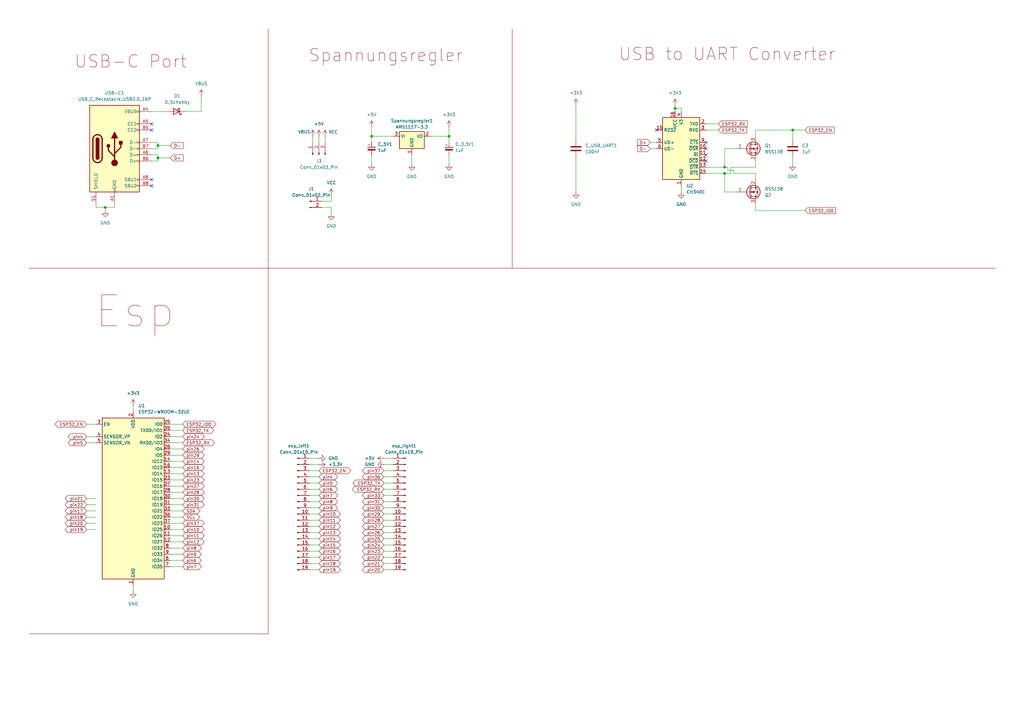
<source format=kicad_sch>
(kicad_sch (version 20241004) (generator "eeschema") (generator_version "8.99")
  (paper "A3")
  (lib_symbols
    (symbol "Connector:Conn_01x02_Pin" (pin_names (offset 1.016) (hide yes))
      (property "Reference" "J" (at 0 2.54 0))
      (property "Value" "Conn_01x02_Pin" (at 0 -5.08 0))
      (symbol "Conn_01x02_Pin_1_1"
        (rectangle (start 0.8636 0.127) (end 0 -0.127) (stroke (width 0.1524)) (fill (type outline)))
        (rectangle (start 0.8636 -2.413) (end 0 -2.667) (stroke (width 0.1524)) (fill (type outline)))
        (polyline (pts (xy 1.27 0) (xy 0.8636 0)) (stroke (width 0.1524)))
        (polyline (pts (xy 1.27 -2.54) (xy 0.8636 -2.54)) (stroke (width 0.1524)))
        (pin passive line (at 5.08 0 180) (length 3.81) (name "Pin_1") (number "1"))
        (pin passive line (at 5.08 -2.54 180) (length 3.81) (name "Pin_2") (number "2"))
      )
    )
    (symbol "Connector:Conn_01x03_Pin" (pin_names (offset 1.016) (hide yes))
      (property "Reference" "J" (at 0 5.08 0))
      (property "Value" "Conn_01x03_Pin" (at 0 -5.08 0))
      (symbol "Conn_01x03_Pin_1_1"
        (rectangle (start 0.8636 2.667) (end 0 2.413) (stroke (width 0.1524)) (fill (type outline)))
        (rectangle (start 0.8636 0.127) (end 0 -0.127) (stroke (width 0.1524)) (fill (type outline)))
        (rectangle (start 0.8636 -2.413) (end 0 -2.667) (stroke (width 0.1524)) (fill (type outline)))
        (polyline (pts (xy 1.27 2.54) (xy 0.8636 2.54)) (stroke (width 0.1524)))
        (polyline (pts (xy 1.27 0) (xy 0.8636 0)) (stroke (width 0.1524)))
        (polyline (pts (xy 1.27 -2.54) (xy 0.8636 -2.54)) (stroke (width 0.1524)))
        (pin passive line (at 5.08 2.54 180) (length 3.81) (name "Pin_1") (number "1"))
        (pin passive line (at 5.08 0 180) (length 3.81) (name "Pin_2") (number "2"))
        (pin passive line (at 5.08 -2.54 180) (length 3.81) (name "Pin_3") (number "3"))
      )
    )
    (symbol "Connector:Conn_01x19_Pin" (pin_names (offset 1.016) (hide yes))
      (property "Reference" "J" (at 0 25.4 0))
      (property "Value" "Conn_01x19_Pin" (at 0 -25.4 0))
      (symbol "Conn_01x19_Pin_1_1"
        (rectangle (start 0.8636 22.987) (end 0 22.733) (stroke (width 0.1524)) (fill (type outline)))
        (rectangle (start 0.8636 20.447) (end 0 20.193) (stroke (width 0.1524)) (fill (type outline)))
        (rectangle (start 0.8636 17.907) (end 0 17.653) (stroke (width 0.1524)) (fill (type outline)))
        (rectangle (start 0.8636 15.367) (end 0 15.113) (stroke (width 0.1524)) (fill (type outline)))
        (rectangle (start 0.8636 12.827) (end 0 12.573) (stroke (width 0.1524)) (fill (type outline)))
        (rectangle (start 0.8636 10.287) (end 0 10.033) (stroke (width 0.1524)) (fill (type outline)))
        (rectangle (start 0.8636 7.747) (end 0 7.493) (stroke (width 0.1524)) (fill (type outline)))
        (rectangle (start 0.8636 5.207) (end 0 4.953) (stroke (width 0.1524)) (fill (type outline)))
        (rectangle (start 0.8636 2.667) (end 0 2.413) (stroke (width 0.1524)) (fill (type outline)))
        (rectangle (start 0.8636 0.127) (end 0 -0.127) (stroke (width 0.1524)) (fill (type outline)))
        (rectangle (start 0.8636 -2.413) (end 0 -2.667) (stroke (width 0.1524)) (fill (type outline)))
        (rectangle (start 0.8636 -4.953) (end 0 -5.207) (stroke (width 0.1524)) (fill (type outline)))
        (rectangle (start 0.8636 -7.493) (end 0 -7.747) (stroke (width 0.1524)) (fill (type outline)))
        (rectangle (start 0.8636 -10.033) (end 0 -10.287) (stroke (width 0.1524)) (fill (type outline)))
        (rectangle (start 0.8636 -12.573) (end 0 -12.827) (stroke (width 0.1524)) (fill (type outline)))
        (rectangle (start 0.8636 -15.113) (end 0 -15.367) (stroke (width 0.1524)) (fill (type outline)))
        (rectangle (start 0.8636 -17.653) (end 0 -17.907) (stroke (width 0.1524)) (fill (type outline)))
        (rectangle (start 0.8636 -20.193) (end 0 -20.447) (stroke (width 0.1524)) (fill (type outline)))
        (rectangle (start 0.8636 -22.733) (end 0 -22.987) (stroke (width 0.1524)) (fill (type outline)))
        (polyline (pts (xy 1.27 22.86) (xy 0.8636 22.86)) (stroke (width 0.1524)))
        (polyline (pts (xy 1.27 20.32) (xy 0.8636 20.32)) (stroke (width 0.1524)))
        (polyline (pts (xy 1.27 17.78) (xy 0.8636 17.78)) (stroke (width 0.1524)))
        (polyline (pts (xy 1.27 15.24) (xy 0.8636 15.24)) (stroke (width 0.1524)))
        (polyline (pts (xy 1.27 12.7) (xy 0.8636 12.7)) (stroke (width 0.1524)))
        (polyline (pts (xy 1.27 10.16) (xy 0.8636 10.16)) (stroke (width 0.1524)))
        (polyline (pts (xy 1.27 7.62) (xy 0.8636 7.62)) (stroke (width 0.1524)))
        (polyline (pts (xy 1.27 5.08) (xy 0.8636 5.08)) (stroke (width 0.1524)))
        (polyline (pts (xy 1.27 2.54) (xy 0.8636 2.54)) (stroke (width 0.1524)))
        (polyline (pts (xy 1.27 0) (xy 0.8636 0)) (stroke (width 0.1524)))
        (polyline (pts (xy 1.27 -2.54) (xy 0.8636 -2.54)) (stroke (width 0.1524)))
        (polyline (pts (xy 1.27 -5.08) (xy 0.8636 -5.08)) (stroke (width 0.1524)))
        (polyline (pts (xy 1.27 -7.62) (xy 0.8636 -7.62)) (stroke (width 0.1524)))
        (polyline (pts (xy 1.27 -10.16) (xy 0.8636 -10.16)) (stroke (width 0.1524)))
        (polyline (pts (xy 1.27 -12.7) (xy 0.8636 -12.7)) (stroke (width 0.1524)))
        (polyline (pts (xy 1.27 -15.24) (xy 0.8636 -15.24)) (stroke (width 0.1524)))
        (polyline (pts (xy 1.27 -17.78) (xy 0.8636 -17.78)) (stroke (width 0.1524)))
        (polyline (pts (xy 1.27 -20.32) (xy 0.8636 -20.32)) (stroke (width 0.1524)))
        (polyline (pts (xy 1.27 -22.86) (xy 0.8636 -22.86)) (stroke (width 0.1524)))
        (pin passive line (at 5.08 22.86 180) (length 3.81) (name "Pin_1") (number "1"))
        (pin passive line (at 5.08 20.32 180) (length 3.81) (name "Pin_2") (number "2"))
        (pin passive line (at 5.08 17.78 180) (length 3.81) (name "Pin_3") (number "3"))
        (pin passive line (at 5.08 15.24 180) (length 3.81) (name "Pin_4") (number "4"))
        (pin passive line (at 5.08 12.7 180) (length 3.81) (name "Pin_5") (number "5"))
        (pin passive line (at 5.08 10.16 180) (length 3.81) (name "Pin_6") (number "6"))
        (pin passive line (at 5.08 7.62 180) (length 3.81) (name "Pin_7") (number "7"))
        (pin passive line (at 5.08 5.08 180) (length 3.81) (name "Pin_8") (number "8"))
        (pin passive line (at 5.08 2.54 180) (length 3.81) (name "Pin_9") (number "9"))
        (pin passive line (at 5.08 0 180) (length 3.81) (name "Pin_10") (number "10"))
        (pin passive line (at 5.08 -2.54 180) (length 3.81) (name "Pin_11") (number "11"))
        (pin passive line (at 5.08 -5.08 180) (length 3.81) (name "Pin_12") (number "12"))
        (pin passive line (at 5.08 -7.62 180) (length 3.81) (name "Pin_13") (number "13"))
        (pin passive line (at 5.08 -10.16 180) (length 3.81) (name "Pin_14") (number "14"))
        (pin passive line (at 5.08 -12.7 180) (length 3.81) (name "Pin_15") (number "15"))
        (pin passive line (at 5.08 -15.24 180) (length 3.81) (name "Pin_16") (number "16"))
        (pin passive line (at 5.08 -17.78 180) (length 3.81) (name "Pin_17") (number "17"))
        (pin passive line (at 5.08 -20.32 180) (length 3.81) (name "Pin_18") (number "18"))
        (pin passive line (at 5.08 -22.86 180) (length 3.81) (name "Pin_19") (number "19"))
      )
    )
    (symbol "Connector:USB_C_Receptacle_USB2.0_16P" (pin_names (offset 1.016))
      (property "Reference" "J" (at 0 22.225 0))
      (property "Value" "USB_C_Receptacle_USB2.0_16P" (at 0 19.685 0))
      (symbol "USB_C_Receptacle_USB2.0_16P_0_0"
        (rectangle (start -0.254 -17.78) (end 0.254 -16.764))
        (rectangle (start 10.16 15.494) (end 9.144 14.986))
        (rectangle (start 10.16 10.414) (end 9.144 9.906))
        (rectangle (start 10.16 7.874) (end 9.144 7.366))
        (rectangle (start 10.16 2.794) (end 9.144 2.286))
        (rectangle (start 10.16 0.254) (end 9.144 -0.254))
        (rectangle (start 10.16 -2.286) (end 9.144 -2.794))
        (rectangle (start 10.16 -4.826) (end 9.144 -5.334))
        (rectangle (start 10.16 -12.446) (end 9.144 -12.954))
        (rectangle (start 10.16 -14.986) (end 9.144 -15.494))
      )
      (symbol "USB_C_Receptacle_USB2.0_16P_0_1"
        (rectangle (start -10.16 17.78) (end 10.16 -17.78) (stroke (width 0.254)) (fill (type background)))
        (polyline (pts (xy -8.89 -3.81) (xy -8.89 3.81)) (stroke (width 0.508)))
        (rectangle (start -7.62 -3.81) (end -6.35 3.81) (stroke (width 0.254)) (fill (type outline)))
        (arc (start -7.62 3.81) (mid -6.985 4.4423) (end -6.35 3.81) (stroke (width 0.254)) (fill (type outline)))
        (arc (start -7.62 3.81) (mid -6.985 4.4423) (end -6.35 3.81) (stroke (width 0.254)))
        (arc (start -8.89 3.81) (mid -6.985 5.7067) (end -5.08 3.81) (stroke (width 0.508)))
        (arc (start -5.08 -3.81) (mid -6.985 -5.7067) (end -8.89 -3.81) (stroke (width 0.508)))
        (arc (start -6.35 -3.81) (mid -6.985 -4.4423) (end -7.62 -3.81) (stroke (width 0.254)) (fill (type outline)))
        (arc (start -6.35 -3.81) (mid -6.985 -4.4423) (end -7.62 -3.81) (stroke (width 0.254)))
        (polyline (pts (xy -5.08 3.81) (xy -5.08 -3.81)) (stroke (width 0.508)))
        (circle (center -2.54 1.143) (radius 0.635) (stroke (width 0.254)) (fill (type outline)))
        (polyline (pts (xy -1.27 4.318) (xy 0 6.858) (xy 1.27 4.318) (xy -1.27 4.318)) (stroke (width 0.254)) (fill (type outline)))
        (polyline (pts (xy 0 -2.032) (xy 2.54 0.508) (xy 2.54 1.778)) (stroke (width 0.508)))
        (polyline (pts (xy 0 -3.302) (xy -2.54 -0.762) (xy -2.54 0.508)) (stroke (width 0.508)))
        (circle (center 0 -5.842) (radius 1.27) (fill (type outline)))
        (polyline (pts (xy 0 -5.842) (xy 0 4.318)) (stroke (width 0.508)))
        (rectangle (start 1.905 1.778) (end 3.175 3.048) (stroke (width 0.254)) (fill (type outline)))
      )
      (symbol "USB_C_Receptacle_USB2.0_16P_1_1"
        (pin passive line (at -7.62 -22.86 90) (length 5.08) (name "SHIELD") (number "S1"))
        (pin passive line (at 0 -22.86 90) (length 5.08) (name "GND") (number "A1"))
        (pin passive line (at 0 -22.86 90) (length 5.08) (hide yes) (name "GND") (number "A12"))
        (pin passive line (at 0 -22.86 90) (length 5.08) (hide yes) (name "GND") (number "B1"))
        (pin passive line (at 0 -22.86 90) (length 5.08) (hide yes) (name "GND") (number "B12"))
        (pin passive line (at 15.24 15.24 180) (length 5.08) (name "VBUS") (number "A4"))
        (pin passive line (at 15.24 15.24 180) (length 5.08) (hide yes) (name "VBUS") (number "A9"))
        (pin passive line (at 15.24 15.24 180) (length 5.08) (hide yes) (name "VBUS") (number "B4"))
        (pin passive line (at 15.24 15.24 180) (length 5.08) (hide yes) (name "VBUS") (number "B9"))
        (pin bidirectional line (at 15.24 10.16 180) (length 5.08) (name "CC1") (number "A5"))
        (pin bidirectional line (at 15.24 7.62 180) (length 5.08) (name "CC2") (number "B5"))
        (pin bidirectional line (at 15.24 2.54 180) (length 5.08) (name "D-") (number "A7"))
        (pin bidirectional line (at 15.24 0 180) (length 5.08) (name "D-") (number "B7"))
        (pin bidirectional line (at 15.24 -2.54 180) (length 5.08) (name "D+") (number "A6"))
        (pin bidirectional line (at 15.24 -5.08 180) (length 5.08) (name "D+") (number "B6"))
        (pin bidirectional line (at 15.24 -12.7 180) (length 5.08) (name "SBU1") (number "A8"))
        (pin bidirectional line (at 15.24 -15.24 180) (length 5.08) (name "SBU2") (number "B8"))
      )
    )
    (symbol "Device:C" (pin_numbers (hide yes)) (pin_names (offset 0.254))
      (property "Reference" "C" (at 0.635 2.54 0))
      (property "Value" "C" (at 0.635 -2.54 0))
      (symbol "C_0_1"
        (polyline (pts (xy -2.032 0.762) (xy 2.032 0.762)) (stroke (width 0.508)))
        (polyline (pts (xy -2.032 -0.762) (xy 2.032 -0.762)) (stroke (width 0.508)))
      )
      (symbol "C_1_1"
        (pin passive line (at 0 3.81 270) (length 2.794) (name "~") (number "1"))
        (pin passive line (at 0 -3.81 90) (length 2.794) (name "~") (number "2"))
      )
    )
    (symbol "Device:C_Polarized_Small" (pin_numbers (hide yes)) (pin_names (offset 0.254) (hide yes))
      (property "Reference" "C" (at 0.254 1.778 0))
      (property "Value" "C_Polarized_Small" (at 0.254 -2.032 0))
      (symbol "C_Polarized_Small_0_1"
        (rectangle (start -1.524 0.6858) (end 1.524 0.3048))
        (rectangle (start -1.524 -0.3048) (end 1.524 -0.6858) (fill (type outline)))
        (polyline (pts (xy -1.27 1.524) (xy -0.762 1.524)))
        (polyline (pts (xy -1.016 1.27) (xy -1.016 1.778)))
      )
      (symbol "C_Polarized_Small_1_1"
        (pin passive line (at 0 2.54 270) (length 1.8542) (name "~") (number "1"))
        (pin passive line (at 0 -2.54 90) (length 1.8542) (name "~") (number "2"))
      )
    )
    (symbol "Device:D_Schottky" (pin_numbers (hide yes)) (pin_names (offset 1.016) (hide yes))
      (property "Reference" "D" (at 0 2.54 0))
      (property "Value" "D_Schottky" (at 0 -2.54 0))
      (symbol "D_Schottky_0_1"
        (polyline (pts (xy -1.905 0.635) (xy -1.905 1.27) (xy -1.27 1.27) (xy -1.27 -1.27) (xy -0.635 -1.27) (xy -0.635 -0.635)) (stroke (width 0.254)))
        (polyline (pts (xy 1.27 1.27) (xy 1.27 -1.27) (xy -1.27 0) (xy 1.27 1.27)) (stroke (width 0.254)))
        (polyline (pts (xy 1.27 0) (xy -1.27 0)))
      )
      (symbol "D_Schottky_1_1"
        (pin passive line (at -3.81 0 0) (length 2.54) (name "K") (number "1"))
        (pin passive line (at 3.81 0 180) (length 2.54) (name "A") (number "2"))
      )
    )
    (symbol "Interface_USB:CH340C"
      (property "Reference" "U" (at -5.08 13.97 0))
      (property "Value" "CH340C" (at 1.27 13.97 0))
      (symbol "CH340C_0_1"
        (rectangle (start -7.62 12.7) (end 7.62 -12.7) (stroke (width 0.254)) (fill (type background)))
      )
      (symbol "CH340C_1_1"
        (pin input line (at -10.16 7.62 0) (length 2.54) (name "R232") (number "15"))
        (pin bidirectional line (at -10.16 2.54 0) (length 2.54) (name "UD+") (number "5"))
        (pin bidirectional line (at -10.16 0 0) (length 2.54) (name "UD-") (number "6"))
        (pin no_connect line (at -7.62 -5.08 0) (length 2.54) (hide yes) (name "NC") (number "7"))
        (pin no_connect line (at -7.62 -7.62 0) (length 2.54) (hide yes) (name "NC") (number "8"))
        (pin power_in line (at -2.54 15.24 270) (length 2.54) (name "VCC") (number "16"))
        (pin power_out line (at 0 15.24 270) (length 2.54) (name "V3") (number "4"))
        (pin power_in line (at 0 -15.24 90) (length 2.54) (name "GND") (number "1"))
        (pin output line (at 10.16 10.16 180) (length 2.54) (name "TXD") (number "2"))
        (pin input line (at 10.16 7.62 180) (length 2.54) (name "RXD") (number "3"))
        (pin input line (at 10.16 2.54 180) (length 2.54) (name "~{CTS}") (number "9"))
        (pin input line (at 10.16 0 180) (length 2.54) (name "~{DSR}") (number "10"))
        (pin input line (at 10.16 -2.54 180) (length 2.54) (name "~{RI}") (number "11"))
        (pin input line (at 10.16 -5.08 180) (length 2.54) (name "~{DCD}") (number "12"))
        (pin output line (at 10.16 -7.62 180) (length 2.54) (name "~{DTR}") (number "13"))
        (pin output line (at 10.16 -10.16 180) (length 2.54) (name "~{RTS}") (number "14"))
      )
    )
    (symbol "RF_Module:ESP32-WROOM-32UE"
      (property "Reference" "U" (at -12.7 34.29 0))
      (property "Value" "ESP32-WROOM-32UE" (at 1.27 34.29 0))
      (symbol "ESP32-WROOM-32UE_0_1"
        (rectangle (start -12.7 33.02) (end 12.7 -33.02) (stroke (width 0.254)) (fill (type background)))
      )
      (symbol "ESP32-WROOM-32UE_1_1"
        (pin input line (at -15.24 30.48 0) (length 2.54) (name "EN") (number "3"))
        (pin input line (at -15.24 25.4 0) (length 2.54) (name "SENSOR_VP") (number "4"))
        (pin input line (at -15.24 22.86 0) (length 2.54) (name "SENSOR_VN") (number "5"))
        (pin no_connect line (at -12.7 0 0) (length 2.54) (hide yes) (name "NC") (number "21"))
        (pin no_connect line (at -12.7 -2.54 0) (length 2.54) (hide yes) (name "NC") (number "22"))
        (pin no_connect line (at -12.7 -5.08 0) (length 2.54) (hide yes) (name "NC") (number "17"))
        (pin no_connect line (at -12.7 -7.62 0) (length 2.54) (hide yes) (name "NC") (number "18"))
        (pin no_connect line (at -12.7 -10.16 0) (length 2.54) (hide yes) (name "NC") (number "20"))
        (pin no_connect line (at -12.7 -12.7 0) (length 2.54) (hide yes) (name "NC") (number "19"))
        (pin no_connect line (at -12.7 -27.94 0) (length 2.54) (hide yes) (name "NC") (number "32"))
        (pin power_in line (at 0 35.56 270) (length 2.54) (name "VDD") (number "2"))
        (pin power_in line (at 0 -35.56 90) (length 2.54) (name "GND") (number "1"))
        (pin passive line (at 0 -35.56 90) (length 2.54) (hide yes) (name "GND") (number "15"))
        (pin passive line (at 0 -35.56 90) (length 2.54) (hide yes) (name "GND") (number "38"))
        (pin passive line (at 0 -35.56 90) (length 2.54) (hide yes) (name "GND") (number "39"))
        (pin bidirectional line (at 15.24 30.48 180) (length 2.54) (name "IO0") (number "25"))
        (pin bidirectional line (at 15.24 27.94 180) (length 2.54) (name "TXD0/IO1") (number "35"))
        (pin bidirectional line (at 15.24 25.4 180) (length 2.54) (name "IO2") (number "24"))
        (pin bidirectional line (at 15.24 22.86 180) (length 2.54) (name "RXD0/IO3") (number "34"))
        (pin bidirectional line (at 15.24 20.32 180) (length 2.54) (name "IO4") (number "26"))
        (pin bidirectional line (at 15.24 17.78 180) (length 2.54) (name "IO5") (number "29"))
        (pin bidirectional line (at 15.24 15.24 180) (length 2.54) (name "IO12") (number "14"))
        (pin bidirectional line (at 15.24 12.7 180) (length 2.54) (name "IO13") (number "16"))
        (pin bidirectional line (at 15.24 10.16 180) (length 2.54) (name "IO14") (number "13"))
        (pin bidirectional line (at 15.24 7.62 180) (length 2.54) (name "IO15") (number "23"))
        (pin bidirectional line (at 15.24 5.08 180) (length 2.54) (name "IO16") (number "27"))
        (pin bidirectional line (at 15.24 2.54 180) (length 2.54) (name "IO17") (number "28"))
        (pin bidirectional line (at 15.24 0 180) (length 2.54) (name "IO18") (number "30"))
        (pin bidirectional line (at 15.24 -2.54 180) (length 2.54) (name "IO19") (number "31"))
        (pin bidirectional line (at 15.24 -5.08 180) (length 2.54) (name "IO21") (number "33"))
        (pin bidirectional line (at 15.24 -7.62 180) (length 2.54) (name "IO22") (number "36"))
        (pin bidirectional line (at 15.24 -10.16 180) (length 2.54) (name "IO23") (number "37"))
        (pin bidirectional line (at 15.24 -12.7 180) (length 2.54) (name "IO25") (number "10"))
        (pin bidirectional line (at 15.24 -15.24 180) (length 2.54) (name "IO26") (number "11"))
        (pin bidirectional line (at 15.24 -17.78 180) (length 2.54) (name "IO27") (number "12"))
        (pin bidirectional line (at 15.24 -20.32 180) (length 2.54) (name "IO32") (number "8"))
        (pin bidirectional line (at 15.24 -22.86 180) (length 2.54) (name "IO33") (number "9"))
        (pin input line (at 15.24 -25.4 180) (length 2.54) (name "IO34") (number "6"))
        (pin input line (at 15.24 -27.94 180) (length 2.54) (name "IO35") (number "7"))
      )
    )
    (symbol "Regulator_Linear:AMS1117-3.3"
      (property "Reference" "U" (at -3.81 3.175 0))
      (property "Value" "AMS1117-3.3" (at 0 3.175 0))
      (symbol "AMS1117-3.3_0_1"
        (rectangle (start -5.08 -5.08) (end 5.08 1.905) (stroke (width 0.254)) (fill (type background)))
      )
      (symbol "AMS1117-3.3_1_1"
        (pin power_in line (at -7.62 0 0) (length 2.54) (name "VI") (number "3"))
        (pin power_in line (at 0 -7.62 90) (length 2.54) (name "GND") (number "1"))
        (pin power_out line (at 7.62 0 180) (length 2.54) (name "VO") (number "2"))
      )
    )
    (symbol "Transistor_FET:BSS138" (pin_names (hide yes))
      (property "Reference" "Q" (at 5.08 1.905 0))
      (property "Value" "BSS138" (at 5.08 0 0))
      (symbol "BSS138_0_1"
        (polyline (pts (xy 0.254 1.905) (xy 0.254 -1.905)) (stroke (width 0.254)))
        (polyline (pts (xy 0.254 0) (xy -2.54 0)))
        (polyline (pts (xy 0.762 2.286) (xy 0.762 1.27)) (stroke (width 0.254)))
        (polyline (pts (xy 0.762 0.508) (xy 0.762 -0.508)) (stroke (width 0.254)))
        (polyline (pts (xy 0.762 -1.27) (xy 0.762 -2.286)) (stroke (width 0.254)))
        (polyline (pts (xy 0.762 -1.778) (xy 3.302 -1.778) (xy 3.302 1.778) (xy 0.762 1.778)))
        (polyline (pts (xy 1.016 0) (xy 2.032 0.381) (xy 2.032 -0.381) (xy 1.016 0)) (fill (type outline)))
        (circle (center 1.651 0) (radius 2.794) (stroke (width 0.254)))
        (polyline (pts (xy 2.54 2.54) (xy 2.54 1.778)))
        (circle (center 2.54 1.778) (radius 0.254) (fill (type outline)))
        (circle (center 2.54 -1.778) (radius 0.254) (fill (type outline)))
        (polyline (pts (xy 2.54 -2.54) (xy 2.54 0) (xy 0.762 0)))
        (polyline (pts (xy 2.794 0.508) (xy 2.921 0.381) (xy 3.683 0.381) (xy 3.81 0.254)))
        (polyline (pts (xy 3.302 0.381) (xy 2.921 -0.254) (xy 3.683 -0.254) (xy 3.302 0.381)))
      )
      (symbol "BSS138_1_1"
        (pin input line (at -5.08 0 0) (length 2.54) (name "G") (number "1"))
        (pin passive line (at 2.54 5.08 270) (length 2.54) (name "D") (number "3"))
        (pin passive line (at 2.54 -5.08 90) (length 2.54) (name "S") (number "2"))
      )
    )
    (symbol "power:+3.3V" (power) (pin_numbers (hide yes)) (pin_names (offset 0) (hide yes))
      (property "Value" "+3.3V" (at 0 3.556 0))
      (symbol "+3.3V_0_1"
        (polyline (pts (xy -0.762 1.27) (xy 0 2.54)))
        (polyline (pts (xy 0 2.54) (xy 0.762 1.27)))
        (polyline (pts (xy 0 0) (xy 0 2.54)))
      )
      (symbol "+3.3V_1_1"
        (pin power_in line (at 0 0 90) (length 0) (name "~") (number "1"))
      )
    )
    (symbol "power:+3V3" (power) (pin_numbers (hide yes)) (pin_names (offset 0) (hide yes))
      (property "Value" "+3V3" (at 0 3.556 0))
      (symbol "+3V3_0_1"
        (polyline (pts (xy -0.762 1.27) (xy 0 2.54)))
        (polyline (pts (xy 0 2.54) (xy 0.762 1.27)))
        (polyline (pts (xy 0 0) (xy 0 2.54)))
      )
      (symbol "+3V3_1_1"
        (pin power_in line (at 0 0 90) (length 0) (name "~") (number "1"))
      )
    )
    (symbol "power:+5V" (power) (pin_numbers (hide yes)) (pin_names (offset 0) (hide yes))
      (property "Value" "+5V" (at 0 3.556 0))
      (symbol "+5V_0_1"
        (polyline (pts (xy -0.762 1.27) (xy 0 2.54)))
        (polyline (pts (xy 0 2.54) (xy 0.762 1.27)))
        (polyline (pts (xy 0 0) (xy 0 2.54)))
      )
      (symbol "+5V_1_1"
        (pin power_in line (at 0 0 90) (length 0) (name "~") (number "1"))
      )
    )
    (symbol "power:GND" (power) (pin_numbers (hide yes)) (pin_names (offset 0) (hide yes))
      (property "Value" "GND" (at 0 -3.81 0))
      (symbol "GND_0_1"
        (polyline (pts (xy 0 0) (xy 0 -1.27) (xy 1.27 -1.27) (xy 0 -2.54) (xy -1.27 -1.27) (xy 0 -1.27)))
      )
      (symbol "GND_1_1"
        (pin power_in line (at 0 0 270) (length 0) (name "~") (number "1"))
      )
    )
    (symbol "power:VBUS" (power) (pin_numbers (hide yes)) (pin_names (offset 0) (hide yes))
      (property "Value" "VBUS" (at 0 3.556 0))
      (symbol "VBUS_0_1"
        (polyline (pts (xy -0.762 1.27) (xy 0 2.54)))
        (polyline (pts (xy 0 2.54) (xy 0.762 1.27)))
        (polyline (pts (xy 0 0) (xy 0 2.54)))
      )
      (symbol "VBUS_1_1"
        (pin power_in line (at 0 0 90) (length 0) (name "~") (number "1"))
      )
    )
    (symbol "power:VCC" (power) (pin_numbers (hide yes)) (pin_names (offset 0) (hide yes))
      (property "Value" "VCC" (at 0 3.556 0))
      (symbol "VCC_0_1"
        (polyline (pts (xy -0.762 1.27) (xy 0 2.54)))
        (polyline (pts (xy 0 2.54) (xy 0.762 1.27)))
        (polyline (pts (xy 0 0) (xy 0 2.54)))
      )
      (symbol "VCC_1_1"
        (pin power_in line (at 0 0 90) (length 0) (name "~") (number "1"))
      )
    )
  )
  (text "Spannungsregler" (at 158.242 22.86 0) (effects (font (size 5.08 5.08))))
  (text "Esp\n" (at 55.372 128.016 0) (effects (font (size 12.7 12.7))))
  (text "USB-C Port" (at 53.594 25.4 0) (effects (font (size 5.08 5.08))))
  (text "USB to UART Converter" (at 298.196 22.352 0) (effects (font (size 5.08 5.08))))
  (junction (at 152.4 55.88))
  (junction (at 64.77 59.69))
  (junction (at 297.18 68.58))
  (junction (at 64.77 64.77))
  (junction (at 325.12 53.34))
  (junction (at 297.18 71.12))
  (junction (at 276.86 44.45))
  (junction (at 43.18 85.09))
  (junction (at 184.15 55.88))
  (no_connect (at 62.23 53.34))
  (no_connect (at 289.56 66.04))
  (no_connect (at 62.23 73.66))
  (no_connect (at 62.23 50.8))
  (no_connect (at 289.56 58.42))
  (no_connect (at 289.56 60.96))
  (no_connect (at 62.23 76.2))
  (no_connect (at 289.56 63.5))
  (no_connect (at 269.24 53.34))
  (wire (pts (xy 297.18 60.96) (xy 302.26 60.96)))
  (wire (pts (xy 127 213.36) (xy 130.81 213.36)))
  (wire (pts (xy 64.77 59.69) (xy 69.85 59.69)))
  (wire (pts (xy 76.2 45.72) (xy 82.55 45.72)))
  (wire (pts (xy 157.48 193.04) (xy 161.29 193.04)))
  (wire (pts (xy 35.56 179.07) (xy 39.37 179.07)))
  (polyline (pts (xy 109.982 109.982) (xy 210.058 109.982)) (stroke (width 0) (color 132 0 0 1)))
  (wire (pts (xy 69.85 207.01) (xy 74.93 207.01)))
  (wire (pts (xy 184.15 52.07) (xy 184.15 55.88)))
  (wire (pts (xy 46.99 83.82) (xy 46.99 85.09)))
  (wire (pts (xy 325.12 53.34) (xy 325.12 57.15)))
  (wire (pts (xy 35.56 217.17) (xy 39.37 217.17)))
  (wire (pts (xy 127 226.06) (xy 130.81 226.06)))
  (wire (pts (xy 289.56 68.58) (xy 297.18 68.58)))
  (wire (pts (xy 35.56 204.47) (xy 39.37 204.47)))
  (wire (pts (xy 69.85 194.31) (xy 74.93 194.31)))
  (polyline (pts (xy 109.982 109.982) (xy 109.982 210.058)) (stroke (width 0) (color 132 0 0 1)))
  (wire (pts (xy 132.08 85.09) (xy 135.89 85.09)))
  (wire (pts (xy 157.48 203.2) (xy 161.29 203.2)))
  (wire (pts (xy 127 187.96) (xy 130.81 187.96)))
  (polyline (pts (xy 210.058 109.982) (xy 408.178 109.982)) (stroke (width 0) (color 132 0 0 1)))
  (wire (pts (xy 69.85 222.25) (xy 74.93 222.25)))
  (wire (pts (xy 64.77 58.42) (xy 64.77 59.69)))
  (wire (pts (xy 309.88 68.58) (xy 299.72 68.58)))
  (wire (pts (xy 298.45 68.58) (xy 297.18 68.58)))
  (wire (pts (xy 289.56 71.12) (xy 297.18 71.12)))
  (wire (pts (xy 69.85 214.63) (xy 74.93 214.63)))
  (polyline (pts (xy 11.9888 259.9944) (xy 109.982 259.9944)) (stroke (width 0) (color 132 0 0 1)))
  (wire (pts (xy 309.88 55.88) (xy 309.88 53.34)))
  (wire (pts (xy 64.77 64.77) (xy 69.85 64.77)))
  (polyline (pts (xy 210.058 11.938) (xy 210.058 109.982)) (stroke (width 0) (color 132 0 0 1)))
  (polyline (pts (xy 11.938 109.982) (xy 109.982 109.982)) (stroke (width 0) (color 132 0 0 1)))
  (wire (pts (xy 35.56 214.63) (xy 39.37 214.63)))
  (wire (pts (xy 39.37 85.09) (xy 43.18 85.09)))
  (wire (pts (xy 157.48 228.6) (xy 161.29 228.6)))
  (wire (pts (xy 62.23 45.72) (xy 68.58 45.72)))
  (wire (pts (xy 152.4 63.5) (xy 152.4 67.31)))
  (wire (pts (xy 297.18 71.12) (xy 297.18 78.74)))
  (wire (pts (xy 157.48 226.06) (xy 161.29 226.06)))
  (wire (pts (xy 300.99 71.12) (xy 309.88 71.12)))
  (wire (pts (xy 157.48 220.98) (xy 161.29 220.98)))
  (wire (pts (xy 157.48 223.52) (xy 161.29 223.52)))
  (wire (pts (xy 325.12 53.34) (xy 330.2 53.34)))
  (wire (pts (xy 157.48 195.58) (xy 161.29 195.58)))
  (wire (pts (xy 69.85 227.33) (xy 74.93 227.33)))
  (wire (pts (xy 69.85 232.41) (xy 74.93 232.41)))
  (wire (pts (xy 289.56 50.8) (xy 294.64 50.8)))
  (wire (pts (xy 127 193.04) (xy 130.81 193.04)))
  (wire (pts (xy 127 215.9) (xy 130.81 215.9)))
  (wire (pts (xy 152.4 55.88) (xy 161.29 55.88)))
  (wire (pts (xy 330.2 86.36) (xy 309.88 86.36)))
  (polyline (pts (xy 109.982 11.938) (xy 109.982 109.982)) (stroke (width 0) (color 132 0 0 1)))
  (wire (pts (xy 127 220.98) (xy 130.81 220.98)))
  (wire (pts (xy 157.48 218.44) (xy 161.29 218.44)))
  (wire (pts (xy 62.23 60.96) (xy 64.77 60.96)))
  (wire (pts (xy 161.29 187.96) (xy 157.48 187.96)))
  (wire (pts (xy 135.89 85.09) (xy 135.89 87.63)))
  (wire (pts (xy 184.15 63.5) (xy 184.15 67.31)))
  (wire (pts (xy 299.72 68.58) (xy 299.72 71.12)))
  (wire (pts (xy 279.4 76.2) (xy 279.4 78.74)))
  (wire (pts (xy 297.18 68.58) (xy 297.18 60.96)))
  (wire (pts (xy 127 228.6) (xy 130.81 228.6)))
  (wire (pts (xy 43.18 85.09) (xy 43.18 86.36)))
  (wire (pts (xy 62.23 66.04) (xy 64.77 66.04)))
  (wire (pts (xy 69.85 186.69) (xy 74.93 186.69)))
  (wire (pts (xy 309.88 66.04) (xy 309.88 68.58)))
  (wire (pts (xy 127 205.74) (xy 130.81 205.74)))
  (wire (pts (xy 298.45 68.58) (xy 298.45 69.85)))
  (wire (pts (xy 309.88 86.36) (xy 309.88 83.82)))
  (wire (pts (xy 157.48 233.68) (xy 161.29 233.68)))
  (wire (pts (xy 309.88 71.12) (xy 309.88 73.66)))
  (wire (pts (xy 157.48 205.74) (xy 161.29 205.74)))
  (wire (pts (xy 276.86 44.45) (xy 279.4 44.45)))
  (wire (pts (xy 133.35 58.42) (xy 133.35 55.88)))
  (wire (pts (xy 69.85 173.99) (xy 74.93 173.99)))
  (wire (pts (xy 236.22 43.18) (xy 236.22 57.15)))
  (wire (pts (xy 69.85 179.07) (xy 74.93 179.07)))
  (wire (pts (xy 157.48 208.28) (xy 161.29 208.28)))
  (wire (pts (xy 127 200.66) (xy 130.81 200.66)))
  (wire (pts (xy 69.85 189.23) (xy 74.93 189.23)))
  (wire (pts (xy 236.22 64.77) (xy 236.22 78.74)))
  (wire (pts (xy 64.77 64.77) (xy 64.77 66.04)))
  (wire (pts (xy 35.56 181.61) (xy 39.37 181.61)))
  (wire (pts (xy 127 218.44) (xy 130.81 218.44)))
  (wire (pts (xy 300.99 69.85) (xy 300.99 71.12)))
  (wire (pts (xy 297.18 71.12) (xy 299.72 71.12)))
  (wire (pts (xy 69.85 224.79) (xy 74.93 224.79)))
  (wire (pts (xy 135.89 80.01) (xy 135.89 82.55)))
  (wire (pts (xy 127 190.5) (xy 130.81 190.5)))
  (wire (pts (xy 69.85 229.87) (xy 74.93 229.87)))
  (wire (pts (xy 276.86 43.18) (xy 276.86 44.45)))
  (wire (pts (xy 69.85 209.55) (xy 74.93 209.55)))
  (wire (pts (xy 69.85 184.15) (xy 74.93 184.15)))
  (wire (pts (xy 69.85 199.39) (xy 74.93 199.39)))
  (wire (pts (xy 69.85 176.53) (xy 74.93 176.53)))
  (wire (pts (xy 309.88 53.34) (xy 325.12 53.34)))
  (wire (pts (xy 279.4 45.72) (xy 279.4 44.45)))
  (wire (pts (xy 157.48 210.82) (xy 161.29 210.82)))
  (wire (pts (xy 69.85 181.61) (xy 74.93 181.61)))
  (wire (pts (xy 69.85 204.47) (xy 74.93 204.47)))
  (wire (pts (xy 325.12 64.77) (xy 325.12 67.31)))
  (wire (pts (xy 127 198.12) (xy 130.81 198.12)))
  (wire (pts (xy 266.7 58.42) (xy 269.24 58.42)))
  (wire (pts (xy 62.23 58.42) (xy 64.77 58.42)))
  (wire (pts (xy 130.81 55.88) (xy 130.81 58.42)))
  (wire (pts (xy 35.56 209.55) (xy 39.37 209.55)))
  (wire (pts (xy 127 233.68) (xy 130.81 233.68)))
  (wire (pts (xy 297.18 78.74) (xy 302.26 78.74)))
  (wire (pts (xy 127 223.52) (xy 130.81 223.52)))
  (wire (pts (xy 127 210.82) (xy 130.81 210.82)))
  (wire (pts (xy 157.48 200.66) (xy 161.29 200.66)))
  (wire (pts (xy 69.85 219.71) (xy 74.93 219.71)))
  (wire (pts (xy 152.4 55.88) (xy 152.4 58.42)))
  (wire (pts (xy 157.48 190.5) (xy 161.29 190.5)))
  (wire (pts (xy 39.37 83.82) (xy 39.37 85.09)))
  (wire (pts (xy 127 195.58) (xy 130.81 195.58)))
  (wire (pts (xy 69.85 191.77) (xy 74.93 191.77)))
  (wire (pts (xy 152.4 52.07) (xy 152.4 55.88)))
  (polyline (pts (xy 109.982 259.9944) (xy 109.982 209.7024)) (stroke (width 0) (color 132 0 0 1)))
  (wire (pts (xy 157.48 213.36) (xy 161.29 213.36)))
  (wire (pts (xy 157.48 215.9) (xy 161.29 215.9)))
  (wire (pts (xy 266.7 60.96) (xy 269.24 60.96)))
  (wire (pts (xy 43.18 85.09) (xy 46.99 85.09)))
  (wire (pts (xy 69.85 201.93) (xy 74.93 201.93)))
  (wire (pts (xy 184.15 55.88) (xy 184.15 58.42)))
  (wire (pts (xy 62.23 63.5) (xy 64.77 63.5)))
  (wire (pts (xy 127 231.14) (xy 130.81 231.14)))
  (wire (pts (xy 69.85 217.17) (xy 74.93 217.17)))
  (wire (pts (xy 82.55 39.37) (xy 82.55 45.72)))
  (wire (pts (xy 298.45 69.85) (xy 300.99 69.85)))
  (wire (pts (xy 276.86 44.45) (xy 276.86 45.72)))
  (wire (pts (xy 128.27 58.42) (xy 128.27 55.88)))
  (wire (pts (xy 157.48 198.12) (xy 161.29 198.12)))
  (wire (pts (xy 64.77 63.5) (xy 64.77 64.77)))
  (wire (pts (xy 69.85 196.85) (xy 74.93 196.85)))
  (wire (pts (xy 35.56 212.09) (xy 39.37 212.09)))
  (wire (pts (xy 35.56 173.99) (xy 39.37 173.99)))
  (wire (pts (xy 168.91 63.5) (xy 168.91 67.31)))
  (wire (pts (xy 54.61 240.03) (xy 54.61 242.57)))
  (wire (pts (xy 127 203.2) (xy 130.81 203.2)))
  (wire (pts (xy 69.85 212.09) (xy 74.93 212.09)))
  (wire (pts (xy 157.48 231.14) (xy 161.29 231.14)))
  (wire (pts (xy 54.61 166.37) (xy 54.61 168.91)))
  (wire (pts (xy 135.89 82.55) (xy 132.08 82.55)))
  (wire (pts (xy 64.77 59.69) (xy 64.77 60.96)))
  (wire (pts (xy 289.56 53.34) (xy 294.64 53.34)))
  (wire (pts (xy 35.56 207.01) (xy 39.37 207.01)))
  (wire (pts (xy 127 208.28) (xy 130.81 208.28)))
  (wire (pts (xy 176.53 55.88) (xy 184.15 55.88)))
  (global_label "pin23" (shape bidirectional) (at 74.93 196.85 0) (property "Intersheetrefs" "${INTERSHEET_REFS}" (effects (hide yes))))
  (global_label "pin19" (shape bidirectional) (at 35.56 217.17 180) (property "Intersheetrefs" "${INTERSHEET_REFS}" (effects (hide yes))))
  (global_label "pin37" (shape bidirectional) (at 74.93 214.63 0) (property "Intersheetrefs" "${INTERSHEET_REFS}" (effects (hide yes))))
  (global_label "ESP32_IO0" (shape bidirectional) (at 74.93 173.99 0) (property "Intersheetrefs" "${INTERSHEET_REFS}" (effects (hide yes))))
  (global_label "pin15" (shape bidirectional) (at 130.81 223.52 0) (property "Intersheetrefs" "${INTERSHEET_REFS}" (effects (hide yes))))
  (global_label "pin22" (shape bidirectional) (at 35.56 207.01 180) (property "Intersheetrefs" "${INTERSHEET_REFS}" (effects (hide yes))))
  (global_label "pin20" (shape bidirectional) (at 157.48 233.68 180) (property "Intersheetrefs" "${INTERSHEET_REFS}" (effects (hide yes))))
  (global_label "pin21" (shape bidirectional) (at 157.48 231.14 180) (property "Intersheetrefs" "${INTERSHEET_REFS}" (effects (hide yes))))
  (global_label "pin18" (shape bidirectional) (at 35.56 212.09 180) (property "Intersheetrefs" "${INTERSHEET_REFS}" (effects (hide yes))))
  (global_label "pin31" (shape bidirectional) (at 157.48 205.74 180) (property "Intersheetrefs" "${INTERSHEET_REFS}" (effects (hide yes))))
  (global_label "pin4" (shape bidirectional) (at 130.81 195.58 0) (property "Intersheetrefs" "${INTERSHEET_REFS}" (effects (hide yes))))
  (global_label "pin29" (shape bidirectional) (at 74.93 186.69 0) (property "Intersheetrefs" "${INTERSHEET_REFS}" (effects (hide yes))))
  (global_label "ESP32_TX" (shape bidirectional) (at 74.93 176.53 0) (property "Intersheetrefs" "${INTERSHEET_REFS}" (effects (hide yes))))
  (global_label "pin8" (shape bidirectional) (at 130.81 205.74 0) (property "Intersheetrefs" "${INTERSHEET_REFS}" (effects (hide yes))))
  (global_label "pin25" (shape bidirectional) (at 157.48 220.98 180) (property "Intersheetrefs" "${INTERSHEET_REFS}" (effects (hide yes))))
  (global_label "pin16" (shape bidirectional) (at 74.93 191.77 0) (property "Intersheetrefs" "${INTERSHEET_REFS}" (effects (hide yes))))
  (global_label "pin30" (shape bidirectional) (at 74.93 204.47 0) (property "Intersheetrefs" "${INTERSHEET_REFS}" (effects (hide yes))))
  (global_label "D+" (shape input) (at 69.85 64.77 0) (property "Intersheetrefs" "${INTERSHEET_REFS}" (effects (hide yes))))
  (global_label "pin9" (shape bidirectional) (at 74.93 227.33 0) (property "Intersheetrefs" "${INTERSHEET_REFS}" (effects (hide yes))))
  (global_label "D+" (shape input) (at 266.7 58.42 180) (property "Intersheetrefs" "${INTERSHEET_REFS}" (effects (hide yes))))
  (global_label "pin27" (shape bidirectional) (at 157.48 215.9 180) (property "Intersheetrefs" "${INTERSHEET_REFS}" (effects (hide yes))))
  (global_label "SDA" (shape bidirectional) (at 74.93 209.55 0) (property "Intersheetrefs" "${INTERSHEET_REFS}" (effects (hide yes))))
  (global_label "pin17" (shape bidirectional) (at 35.56 209.55 180) (property "Intersheetrefs" "${INTERSHEET_REFS}" (effects (hide yes))))
  (global_label "pin23" (shape bidirectional) (at 157.48 226.06 180) (property "Intersheetrefs" "${INTERSHEET_REFS}" (effects (hide yes))))
  (global_label "pin13" (shape bidirectional) (at 130.81 218.44 0) (property "Intersheetrefs" "${INTERSHEET_REFS}" (effects (hide yes))))
  (global_label "pin24" (shape bidirectional) (at 74.93 179.07 0) (property "Intersheetrefs" "${INTERSHEET_REFS}" (effects (hide yes))))
  (global_label "ESP32_EN" (shape input) (at 330.2 53.34 0) (property "Intersheetrefs" "${INTERSHEET_REFS}" (effects (hide yes))))
  (global_label "pin18" (shape bidirectional) (at 130.81 231.14 0) (property "Intersheetrefs" "${INTERSHEET_REFS}" (effects (hide yes))))
  (global_label "ESP32_TX" (shape bidirectional) (at 157.48 198.12 180) (property "Intersheetrefs" "${INTERSHEET_REFS}" (effects (hide yes))))
  (global_label "ESP32_RX" (shape input) (at 294.64 50.8 0) (property "Intersheetrefs" "${INTERSHEET_REFS}" (effects (hide yes))))
  (global_label "pin9" (shape bidirectional) (at 130.81 208.28 0) (property "Intersheetrefs" "${INTERSHEET_REFS}" (effects (hide yes))))
  (global_label "pin29" (shape bidirectional) (at 157.48 210.82 180) (property "Intersheetrefs" "${INTERSHEET_REFS}" (effects (hide yes))))
  (global_label "D-" (shape input) (at 266.7 60.96 180) (property "Intersheetrefs" "${INTERSHEET_REFS}" (effects (hide yes))))
  (global_label "pin28" (shape bidirectional) (at 74.93 201.93 0) (property "Intersheetrefs" "${INTERSHEET_REFS}" (effects (hide yes))))
  (global_label "pin11" (shape bidirectional) (at 74.93 219.71 0) (property "Intersheetrefs" "${INTERSHEET_REFS}" (effects (hide yes))))
  (global_label "ESP32_RX" (shape bidirectional) (at 157.48 200.66 180) (property "Intersheetrefs" "${INTERSHEET_REFS}" (effects (hide yes))))
  (global_label "pin19" (shape bidirectional) (at 130.81 233.68 0) (property "Intersheetrefs" "${INTERSHEET_REFS}" (effects (hide yes))))
  (global_label "pin28" (shape bidirectional) (at 157.48 213.36 180) (property "Intersheetrefs" "${INTERSHEET_REFS}" (effects (hide yes))))
  (global_label "pin12" (shape bidirectional) (at 130.81 215.9 0) (property "Intersheetrefs" "${INTERSHEET_REFS}" (effects (hide yes))))
  (global_label "ESP32_RX" (shape bidirectional) (at 74.93 181.61 0) (property "Intersheetrefs" "${INTERSHEET_REFS}" (effects (hide yes))))
  (global_label "pin27" (shape bidirectional) (at 74.93 199.39 0) (property "Intersheetrefs" "${INTERSHEET_REFS}" (effects (hide yes))))
  (global_label "pin12" (shape bidirectional) (at 74.93 222.25 0) (property "Intersheetrefs" "${INTERSHEET_REFS}" (effects (hide yes))))
  (global_label "pin14" (shape bidirectional) (at 74.93 189.23 0) (property "Intersheetrefs" "${INTERSHEET_REFS}" (effects (hide yes))))
  (global_label "pin16" (shape bidirectional) (at 130.81 226.06 0) (property "Intersheetrefs" "${INTERSHEET_REFS}" (effects (hide yes))))
  (global_label "pin37" (shape bidirectional) (at 157.48 193.04 180) (property "Intersheetrefs" "${INTERSHEET_REFS}" (effects (hide yes))))
  (global_label "pin10" (shape bidirectional) (at 74.93 217.17 0) (property "Intersheetrefs" "${INTERSHEET_REFS}" (effects (hide yes))))
  (global_label "pin31" (shape bidirectional) (at 74.93 207.01 0) (property "Intersheetrefs" "${INTERSHEET_REFS}" (effects (hide yes))))
  (global_label "pin7" (shape bidirectional) (at 130.81 203.2 0) (property "Intersheetrefs" "${INTERSHEET_REFS}" (effects (hide yes))))
  (global_label "pin33" (shape bidirectional) (at 157.48 203.2 180) (property "Intersheetrefs" "${INTERSHEET_REFS}" (effects (hide yes))))
  (global_label "ESP32_IO0" (shape input) (at 330.2 86.36 0) (property "Intersheetrefs" "${INTERSHEET_REFS}" (effects (hide yes))))
  (global_label "pin30" (shape bidirectional) (at 157.48 208.28 180) (property "Intersheetrefs" "${INTERSHEET_REFS}" (effects (hide yes))))
  (global_label "ESP32_EN" (shape bidirectional) (at 35.56 173.99 180) (property "Intersheetrefs" "${INTERSHEET_REFS}" (effects (hide yes))))
  (global_label "pin11" (shape bidirectional) (at 130.81 213.36 0) (property "Intersheetrefs" "${INTERSHEET_REFS}" (effects (hide yes))))
  (global_label "pin5" (shape bidirectional) (at 35.56 181.61 180) (property "Intersheetrefs" "${INTERSHEET_REFS}" (effects (hide yes))))
  (global_label "ESP32_EN" (shape bidirectional) (at 130.81 193.04 0) (property "Intersheetrefs" "${INTERSHEET_REFS}" (effects (hide yes))))
  (global_label "pin13" (shape bidirectional) (at 74.93 194.31 0) (property "Intersheetrefs" "${INTERSHEET_REFS}" (effects (hide yes))))
  (global_label "pin36" (shape bidirectional) (at 157.48 195.58 180) (property "Intersheetrefs" "${INTERSHEET_REFS}" (effects (hide yes))))
  (global_label "pin6" (shape bidirectional) (at 130.81 200.66 0) (property "Intersheetrefs" "${INTERSHEET_REFS}" (effects (hide yes))))
  (global_label "pin17" (shape bidirectional) (at 130.81 228.6 0) (property "Intersheetrefs" "${INTERSHEET_REFS}" (effects (hide yes))))
  (global_label "pin8" (shape bidirectional) (at 74.93 224.79 0) (property "Intersheetrefs" "${INTERSHEET_REFS}" (effects (hide yes))))
  (global_label "SCL" (shape bidirectional) (at 74.93 212.09 0) (property "Intersheetrefs" "${INTERSHEET_REFS}" (effects (hide yes))))
  (global_label "pin26" (shape bidirectional) (at 74.93 184.15 0) (property "Intersheetrefs" "${INTERSHEET_REFS}" (effects (hide yes))))
  (global_label "pin7" (shape bidirectional) (at 74.93 232.41 0) (property "Intersheetrefs" "${INTERSHEET_REFS}" (effects (hide yes))))
  (global_label "pin20" (shape bidirectional) (at 35.56 214.63 180) (property "Intersheetrefs" "${INTERSHEET_REFS}" (effects (hide yes))))
  (global_label "pin4" (shape bidirectional) (at 35.56 179.07 180) (property "Intersheetrefs" "${INTERSHEET_REFS}" (effects (hide yes))))
  (global_label "pin24" (shape bidirectional) (at 157.48 223.52 180) (property "Intersheetrefs" "${INTERSHEET_REFS}" (effects (hide yes))))
  (global_label "pin6" (shape bidirectional) (at 74.93 229.87 0) (property "Intersheetrefs" "${INTERSHEET_REFS}" (effects (hide yes))))
  (global_label "pin14" (shape bidirectional) (at 130.81 220.98 0) (property "Intersheetrefs" "${INTERSHEET_REFS}" (effects (hide yes))))
  (global_label "pin21" (shape bidirectional) (at 35.56 204.47 180) (property "Intersheetrefs" "${INTERSHEET_REFS}" (effects (hide yes))))
  (global_label "ESP32_TX" (shape input) (at 294.64 53.34 0) (property "Intersheetrefs" "${INTERSHEET_REFS}" (effects (hide yes))))
  (global_label "pin10" (shape bidirectional) (at 130.81 210.82 0) (property "Intersheetrefs" "${INTERSHEET_REFS}" (effects (hide yes))))
  (global_label "D-" (shape input) (at 69.85 59.69 0) (property "Intersheetrefs" "${INTERSHEET_REFS}" (effects (hide yes))))
  (global_label "pin26" (shape bidirectional) (at 157.48 218.44 180) (property "Intersheetrefs" "${INTERSHEET_REFS}" (effects (hide yes))))
  (global_label "pin5" (shape bidirectional) (at 130.81 198.12 0) (property "Intersheetrefs" "${INTERSHEET_REFS}" (effects (hide yes))))
  (global_label "pin22" (shape bidirectional) (at 157.48 228.6 180) (property "Intersheetrefs" "${INTERSHEET_REFS}" (effects (hide yes))))
  (symbol (lib_id "Device:C") (at 325.12 60.96 0) (unit 1)
    (property "Reference" "C3" (at 328.93 59.6899 0) (effects (justify left)))
    (property "Value" "1uF" (at 328.93 62.2299 0) (effects (justify left)))
    (property "Footprint" "Capacitor_SMD:C_0805_2012Metric_Pad1.18x1.45mm_HandSolder" (effects (hide yes)))
    (property "Description" "Unpolarized capacitor" (effects (hide yes)))
  )
  (symbol (lib_id "power:+5V") (at 130.81 55.88 0) (unit 1)
    (property "Reference" "#PWR031" (effects (hide yes)))
    (property "Value" "+5V" (at 130.81 50.8 0))
    (property "Description" "Power symbol creates a global label with name \"+5V\"" (effects (hide yes)))
  )
  (symbol (lib_id "power:GND") (at 184.15 67.31 0) (unit 1)
    (property "Reference" "#PWR037" (effects (hide yes)))
    (property "Value" "GND" (at 184.15 72.39 0))
    (property "Description" "Power symbol creates a global label with name \"GND\" , ground" (effects (hide yes)))
  )
  (symbol (lib_id "Connector:USB_C_Receptacle_USB2.0_16P") (at 46.99 60.96 0) (unit 1)
    (property "Reference" "USB-C1" (at 46.99 38.1 0))
    (property "Value" "USB_C_Receptacle_USB2.0_16P" (at 46.99 40.64 0))
    (property "Footprint" "Connector_USB:USB_C_Receptacle_GCT_USB4085" (effects (hide yes)))
    (property "Datasheet" "https://www.usb.org/sites/default/files/documents/usb_type-c.zip" (effects (hide yes)))
    (property "Description" "USB 2.0-only 16P Type-C Receptacle connector" (effects (hide yes)))
    (property "Bestell-Link" "https://www.mouser.at/ProductDetail/GCT/USB4085-GF-A?qs=KUoIvG%2F9Ilba1bQOahfWjw%3D%3D" (effects (hide yes)))
  )
  (symbol (lib_id "power:+3V3") (at 236.22 43.18 0) (unit 1)
    (property "Reference" "#PWR06" (effects (hide yes)))
    (property "Value" "+3V3" (at 236.22 38.1 0))
    (property "Description" "Power symbol creates a global label with name \"+3V3\"" (effects (hide yes)))
  )
  (symbol (lib_id "power:GND") (at 279.4 78.74 0) (unit 1)
    (property "Reference" "#PWR011" (effects (hide yes)))
    (property "Value" "GND" (at 279.4 83.82 0))
    (property "Description" "Power symbol creates a global label with name \"GND\" , ground" (effects (hide yes)))
  )
  (symbol (lib_id "Interface_USB:CH340C") (at 279.4 60.96 0) (unit 1)
    (property "Reference" "U2" (at 281.5433 76.2 0) (effects (justify left)))
    (property "Value" "CH340C" (at 281.5433 78.74 0) (effects (justify left)))
    (property "Footprint" "Package_SO:SOIC-16_3.9x9.9mm_P1.27mm" (effects (hide yes)))
    (property "Datasheet" "https://datasheet.lcsc.com/szlcsc/Jiangsu-Qin-Heng-CH340C_C84681.pdf" (effects (hide yes)))
    (property "Description" "USB serial converter, crystal-less, UART, SOIC-16" (effects (hide yes)))
  )
  (symbol (lib_id "Regulator_Linear:AMS1117-3.3") (at 168.91 55.88 0) (unit 1)
    (property "Reference" "Spannungsregler1" (at 168.91 49.53 0))
    (property "Value" "AMS1117-3.3" (at 168.91 52.07 0))
    (property "Footprint" "Package_TO_SOT_SMD:SOT-223-3_TabPin2" (effects (hide yes)))
    (property "Datasheet" "http://www.advanced-monolithic.com/pdf/ds1117.pdf" (effects (hide yes)))
    (property "Description" "1A Low Dropout regulator, positive, 3.3V fixed output, SOT-223" (effects (hide yes)))
  )
  (symbol (lib_id "power:GND") (at 135.89 87.63 0) (unit 1)
    (property "Reference" "#PWR012" (effects (hide yes)))
    (property "Value" "GND" (at 135.89 92.71 0))
    (property "Description" "Power symbol creates a global label with name \"GND\" , ground" (effects (hide yes)))
  )
  (symbol (lib_id "power:+5V") (at 152.4 52.07 0) (unit 1)
    (property "Reference" "#PWR033" (effects (hide yes)))
    (property "Value" "+5V" (at 152.4 46.99 0))
    (property "Description" "Power symbol creates a global label with name \"+5V\"" (effects (hide yes)))
  )
  (symbol (lib_id "Connector:Conn_01x19_Pin") (at 121.92 210.82 0) (unit 1)
    (property "Reference" "esp_left1" (at 122.555 182.88 0))
    (property "Value" "Conn_01x19_Pin" (at 122.555 185.42 0))
    (property "Footprint" "Connector_PinHeader_2.54mm:PinHeader_1x19_P2.54mm_Vertical" (effects (hide yes)))
    (property "Description" "Generic connector, single row, 01x19, script generated" (effects (hide yes)))
  )
  (symbol (lib_id "power:GND") (at 130.81 187.96 90) (unit 1)
    (property "Reference" "#PWR04" (effects (hide yes)))
    (property "Value" "GND" (at 134.62 187.9599 90) (effects (justify right)))
    (property "Description" "Power symbol creates a global label with name \"GND\" , ground" (effects (hide yes)))
  )
  (symbol (lib_id "power:VBUS") (at 128.27 55.88 0) (unit 1)
    (property "Reference" "#PWR030" (effects (hide yes)))
    (property "Value" "VBUS" (at 124.714 54.102 0))
    (property "Description" "Power symbol creates a global label with name \"VBUS\"" (effects (hide yes)))
  )
  (symbol (lib_id "power:+5V") (at 157.48 187.96 90) (unit 1)
    (property "Reference" "#PWR02" (effects (hide yes)))
    (property "Value" "+5V" (at 153.67 187.9599 90) (effects (justify left)))
    (property "Description" "Power symbol creates a global label with name \"+5V\"" (effects (hide yes)))
  )
  (symbol (lib_id "RF_Module:ESP32-WROOM-32UE") (at 54.61 204.47 0) (unit 1)
    (property "Reference" "U1" (at 56.7533 166.37 0) (effects (justify left)))
    (property "Value" "ESP32-WROOM-32UE" (at 56.7533 168.91 0) (effects (justify left)))
    (property "Footprint" "RF_Module:ESP32-WROOM-32UE" (effects (hide yes)))
    (property "Datasheet" "https://www.espressif.com/sites/default/files/documentation/esp32-wroom-32e_esp32-wroom-32ue_datasheet_en.pdf" (effects (hide yes)))
    (property "Description" "RF Module, ESP32-D0WD-V3 SoC, without PSRAM, Wi-Fi 802.11b/g/n, Bluetooth, BLE, 32-bit, 2.7-3.6V, external antenna, SMD" (effects (hide yes)))
  )
  (symbol (lib_id "power:+3V3") (at 276.86 43.18 0) (unit 1)
    (property "Reference" "#PWR010" (effects (hide yes)))
    (property "Value" "+3V3" (at 276.86 38.1 0))
    (property "Description" "Power symbol creates a global label with name \"+3V3\"" (effects (hide yes)))
  )
  (symbol (lib_id "power:GND") (at 152.4 67.31 0) (unit 1)
    (property "Reference" "#PWR034" (effects (hide yes)))
    (property "Value" "GND" (at 152.4 72.39 0))
    (property "Description" "Power symbol creates a global label with name \"GND\" , ground" (effects (hide yes)))
  )
  (symbol (lib_id "power:GND") (at 157.48 190.5 270) (unit 1)
    (property "Reference" "#PWR08" (effects (hide yes)))
    (property "Value" "GND" (at 153.67 190.4999 90) (effects (justify right)))
    (property "Description" "Power symbol creates a global label with name \"GND\" , ground" (effects (hide yes)))
  )
  (symbol (lib_id "power:GND") (at 168.91 67.31 0) (unit 1)
    (property "Reference" "#PWR035" (effects (hide yes)))
    (property "Value" "GND" (at 168.91 72.39 0))
    (property "Description" "Power symbol creates a global label with name \"GND\" , ground" (effects (hide yes)))
  )
  (symbol (lib_id "power:VCC") (at 135.89 80.01 0) (unit 1)
    (property "Reference" "#PWR09" (effects (hide yes)))
    (property "Value" "VCC" (at 135.89 74.93 0))
    (property "Description" "Power symbol creates a global label with name \"VCC\"" (effects (hide yes)))
  )
  (symbol (lib_id "Device:D_Schottky") (at 72.39 45.72 180) (unit 1)
    (property "Reference" "D1" (at 72.7075 39.37 0))
    (property "Value" "D_Schottky" (at 72.7075 41.91 0))
    (property "Footprint" "Diode_SMD:D_1206_3216Metric_Pad1.42x1.75mm_HandSolder" (effects (hide yes)))
    (property "Description" "Schottky diode" (effects (hide yes)))
  )
  (symbol (lib_id "power:+3V3") (at 54.61 166.37 0) (unit 1)
    (property "Reference" "#PWR021" (effects (hide yes)))
    (property "Value" "+3V3" (at 54.61 161.29 0))
    (property "Description" "Power symbol creates a global label with name \"+3V3\"" (effects (hide yes)))
  )
  (symbol (lib_id "Device:C_Polarized_Small") (at 152.4 60.96 0) (unit 1)
    (property "Reference" "C_5V1" (at 154.94 59.1438 0) (effects (justify left)))
    (property "Value" "1uF" (at 154.94 61.6838 0) (effects (justify left)))
    (property "Footprint" "Capacitor_SMD:CP_Elec_5x5.7" (effects (hide yes)))
    (property "Description" "Polarized capacitor, small symbol" (effects (hide yes)))
  )
  (symbol (lib_id "power:+3V3") (at 184.15 52.07 0) (unit 1)
    (property "Reference" "#PWR036" (effects (hide yes)))
    (property "Value" "+3V3" (at 184.15 46.99 0))
    (property "Description" "Power symbol creates a global label with name \"+3V3\"" (effects (hide yes)))
  )
  (symbol (lib_id "power:GND") (at 325.12 67.31 0) (unit 1)
    (property "Reference" "#PWR015" (effects (hide yes)))
    (property "Value" "GND" (at 325.12 72.39 0))
    (property "Description" "Power symbol creates a global label with name \"GND\" , ground" (effects (hide yes)))
  )
  (symbol (lib_id "power:GND") (at 54.61 242.57 0) (unit 1)
    (property "Reference" "#PWR022" (effects (hide yes)))
    (property "Value" "GND" (at 54.61 247.65 0))
    (property "Description" "Power symbol creates a global label with name \"GND\" , ground" (effects (hide yes)))
  )
  (symbol (lib_id "Connector:Conn_01x03_Pin") (at 130.81 63.5 90) (unit 1)
    (property "Reference" "J3" (at 130.81 66.04 90))
    (property "Value" "Conn_01x03_Pin" (at 130.81 68.58 90))
    (property "Footprint" "Connector_PinHeader_2.54mm:PinHeader_1x03_P2.54mm_Vertical" (effects (hide yes)))
    (property "Description" "Generic connector, single row, 01x03, script generated" (effects (hide yes)))
  )
  (symbol (lib_id "Transistor_FET:BSS138") (at 307.34 78.74 0) (mirror x) (unit 1)
    (property "Reference" "Q2" (at 313.69 80.0101 0) (effects (justify left)))
    (property "Value" "BSS138" (at 313.69 77.4701 0) (effects (justify left)))
    (property "Footprint" "Package_TO_SOT_SMD:SOT-23" (effects (hide yes)))
    (property "Datasheet" "https://www.onsemi.com/pub/Collateral/BSS138-D.PDF" (effects (hide yes)))
    (property "Description" "50V Vds, 0.22A Id, N-Channel MOSFET, SOT-23" (effects (hide yes)))
  )
  (symbol (lib_id "power:GND") (at 236.22 78.74 0) (unit 1)
    (property "Reference" "#PWR07" (effects (hide yes)))
    (property "Value" "GND" (at 236.22 83.82 0))
    (property "Description" "Power symbol creates a global label with name \"GND\" , ground" (effects (hide yes)))
  )
  (symbol (lib_id "Device:C") (at 236.22 60.96 0) (unit 1)
    (property "Reference" "C_USB_UART1" (at 240.03 59.6899 0) (effects (justify left)))
    (property "Value" "100nF" (at 240.03 62.2299 0) (effects (justify left)))
    (property "Footprint" "Capacitor_THT:C_Rect_L7.0mm_W2.0mm_P5.00mm" (effects (hide yes)))
    (property "Description" "Unpolarized capacitor" (effects (hide yes)))
  )
  (symbol (lib_id "Transistor_FET:BSS138") (at 307.34 60.96 0) (unit 1)
    (property "Reference" "Q1" (at 313.69 59.6899 0) (effects (justify left)))
    (property "Value" "BSS138" (at 313.69 62.2299 0) (effects (justify left)))
    (property "Footprint" "Package_TO_SOT_SMD:SOT-23" (effects (hide yes)))
    (property "Datasheet" "https://www.onsemi.com/pub/Collateral/BSS138-D.PDF" (effects (hide yes)))
    (property "Description" "50V Vds, 0.22A Id, N-Channel MOSFET, SOT-23" (effects (hide yes)))
  )
  (symbol (lib_id "Connector:Conn_01x19_Pin") (at 166.37 210.82 0) (mirror y) (unit 1)
    (property "Reference" "esp_right1" (at 165.735 182.88 0))
    (property "Value" "Conn_01x19_Pin" (at 165.735 185.42 0))
    (property "Footprint" "Connector_PinHeader_2.54mm:PinHeader_1x19_P2.54mm_Vertical" (effects (hide yes)))
    (property "Description" "Generic connector, single row, 01x19, script generated" (effects (hide yes)))
  )
  (symbol (lib_id "Device:C_Polarized_Small") (at 184.15 60.96 0) (unit 1)
    (property "Reference" "C_3.3V1" (at 186.69 59.1438 0) (effects (justify left)))
    (property "Value" "1uF" (at 186.69 61.6838 0) (effects (justify left)))
    (property "Footprint" "Capacitor_SMD:CP_Elec_5x5.7" (effects (hide yes)))
    (property "Description" "Polarized capacitor, small symbol" (effects (hide yes)))
  )
  (symbol (lib_id "Connector:Conn_01x02_Pin") (at 127 82.55 0) (unit 1)
    (property "Reference" "J1" (at 127.635 77.47 0))
    (property "Value" "Conn_01x02_Pin" (at 127.635 80.01 0))
    (property "Footprint" "Connector_PinHeader_2.54mm:PinHeader_1x02_P2.54mm_Vertical" (effects (hide yes)))
    (property "Description" "Generic connector, single row, 01x02, script generated" (effects (hide yes)))
  )
  (symbol (lib_id "power:+3.3V") (at 130.81 190.5 270) (unit 1)
    (property "Reference" "#PWR03" (effects (hide yes)))
    (property "Value" "+3.3V" (at 134.62 190.4999 90) (effects (justify left)))
    (property "Description" "Power symbol creates a global label with name \"+3.3V\"" (effects (hide yes)))
  )
  (symbol (lib_id "power:GND") (at 43.18 86.36 0) (unit 1)
    (property "Reference" "#PWR01" (effects (hide yes)))
    (property "Value" "GND" (at 43.18 91.44 0))
    (property "Description" "Power symbol creates a global label with name \"GND\" , ground" (effects (hide yes)))
  )
  (symbol (lib_id "power:VCC") (at 133.35 55.88 0) (unit 1)
    (property "Reference" "#PWR013" (effects (hide yes)))
    (property "Value" "VCC" (at 136.652 54.102 0))
    (property "Description" "Power symbol creates a global label with name \"VCC\"" (effects (hide yes)))
  )
  (symbol (lib_id "power:VBUS") (at 82.55 39.37 0) (unit 1)
    (property "Reference" "#PWR05" (effects (hide yes)))
    (property "Value" "VBUS" (at 82.55 34.29 0))
    (property "Description" "Power symbol creates a global label with name \"VBUS\"" (effects (hide yes)))
  )
)
</source>
